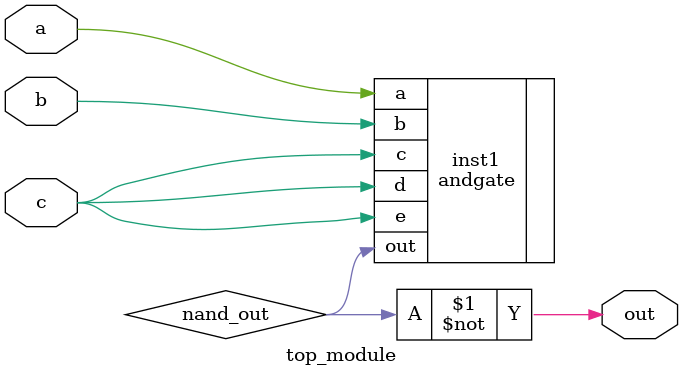
<source format=v>
/*
Bugs nand3
This three-input NAND gate doesn't work. Fix the bug(s).
You must use the provided 5-input AND gate:
module andgate ( output out, input a, input b, input c, input d, input e );
*/

module top_module (
    input a, 
    input b, 
    input c, 
    output out
);
    /* 3 input NAND gate from a 5 input AND
       drive d and e with any one of the three input a,b,c signals to fill in values for the undriven d and e inputs
       this logic cleanly replicates 3 input behavior while working with a 5 input NAND gate
    */

  // three input AND
  andgate inst1 (.a(a), // a ----->a
                 .b(b), // b ----->b
                 .c(c), // c -| 
                 .d(c), // c -|--->c 
                 .e(c), // c _| 
                 .out(nand_out)  
                ); 

  // three input NAND
  wire nand_out;
  assign out = ~nand_out;

endmodule

</source>
